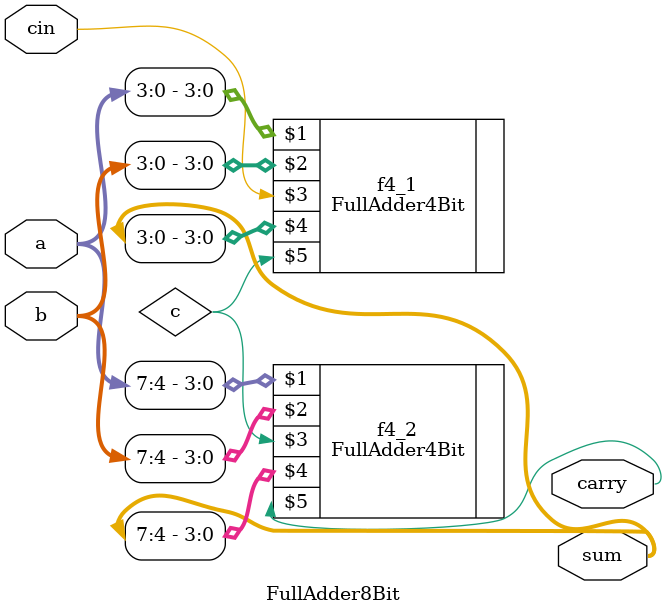
<source format=v>
`include "FullAdder4Bit.v"

module FullAdder8Bit( a, b, cin, sum, carry);
	input [7:0] a,b;
	input cin;
	output [7:0] sum;
	output carry;
	wire c;
	
	FullAdder4Bit f4_1(a[3:0], b[3:0], cin, sum[3:0], c);
	FullAdder4Bit f4_2(a[7:4], b[7:4], c, sum[7:4], carry);
	
endmodule
</source>
